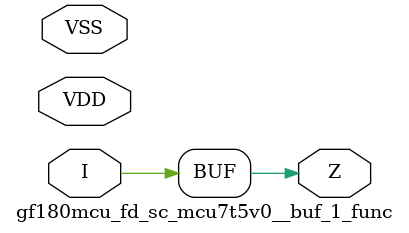
<source format=v>

module gf180mcu_fd_sc_mcu7t5v0__buf_1_func( I, Z, VDD, VSS );
input I;
inout VDD, VSS;
output Z;

	buf MGM_BG_0( Z, I );

endmodule

</source>
